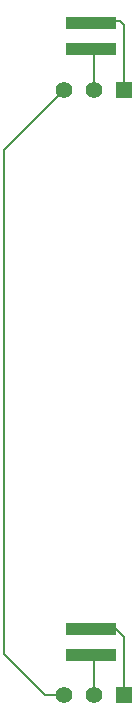
<source format=gbr>
%TF.GenerationSoftware,KiCad,Pcbnew,(6.0.8-1)-1*%
%TF.CreationDate,2022-10-13T14:56:03-04:00*%
%TF.ProjectId,FCAL,4643414c-2e6b-4696-9361-645f70636258,rev?*%
%TF.SameCoordinates,Original*%
%TF.FileFunction,Copper,L1,Top*%
%TF.FilePolarity,Positive*%
%FSLAX46Y46*%
G04 Gerber Fmt 4.6, Leading zero omitted, Abs format (unit mm)*
G04 Created by KiCad (PCBNEW (6.0.8-1)-1) date 2022-10-13 14:56:03*
%MOMM*%
%LPD*%
G01*
G04 APERTURE LIST*
%TA.AperFunction,SMDPad,CuDef*%
%ADD10R,4.300000X1.100000*%
%TD*%
%TA.AperFunction,ComponentPad*%
%ADD11R,1.397000X1.397000*%
%TD*%
%TA.AperFunction,ComponentPad*%
%ADD12C,1.397000*%
%TD*%
%TA.AperFunction,Conductor*%
%ADD13C,0.200000*%
%TD*%
G04 APERTURE END LIST*
D10*
%TO.P,REF\u002A\u002A,1*%
%TO.N,N/C*%
X109750000Y-74550000D03*
%TO.P,REF\u002A\u002A,2*%
X109750000Y-76750000D03*
%TD*%
%TO.P,REF\u002A\u002A,1*%
%TO.N,N/C*%
X109750000Y-125850000D03*
%TO.P,REF\u002A\u002A,2*%
X109750000Y-128050000D03*
%TD*%
D11*
%TO.P,REF\u002A\u002A,1*%
%TO.N,N/C*%
X112540000Y-80200000D03*
D12*
%TO.P,REF\u002A\u002A,2*%
X110000000Y-80200000D03*
%TO.P,REF\u002A\u002A,3*%
X107460000Y-80200000D03*
%TD*%
D11*
%TO.P,REF\u002A\u002A,1*%
%TO.N,N/C*%
X112540000Y-131400000D03*
D12*
%TO.P,REF\u002A\u002A,2*%
X110000000Y-131400000D03*
%TO.P,REF\u002A\u002A,3*%
X107460000Y-131400000D03*
%TD*%
D13*
%TO.N,*%
X105800000Y-131400000D02*
X102400000Y-128000000D01*
X107460000Y-131400000D02*
X105800000Y-131400000D01*
X102400000Y-128000000D02*
X102400000Y-85260000D01*
X102400000Y-85260000D02*
X107460000Y-80200000D01*
X110000000Y-80200000D02*
X110000000Y-77000000D01*
X110000000Y-77000000D02*
X109750000Y-76750000D01*
X112540000Y-74740000D02*
X112200000Y-74400000D01*
X112540000Y-80200000D02*
X112540000Y-74740000D01*
X109900000Y-74400000D02*
X109750000Y-74550000D01*
X112200000Y-74400000D02*
X109900000Y-74400000D01*
X110000000Y-131400000D02*
X110000000Y-128300000D01*
X110000000Y-128300000D02*
X109750000Y-128050000D01*
X112200000Y-126200000D02*
X112540000Y-126540000D01*
X112540000Y-126540000D02*
X112540000Y-131400000D01*
X109750000Y-125850000D02*
X111850000Y-125850000D01*
X111850000Y-125850000D02*
X112400000Y-126400000D01*
%TD*%
M02*

</source>
